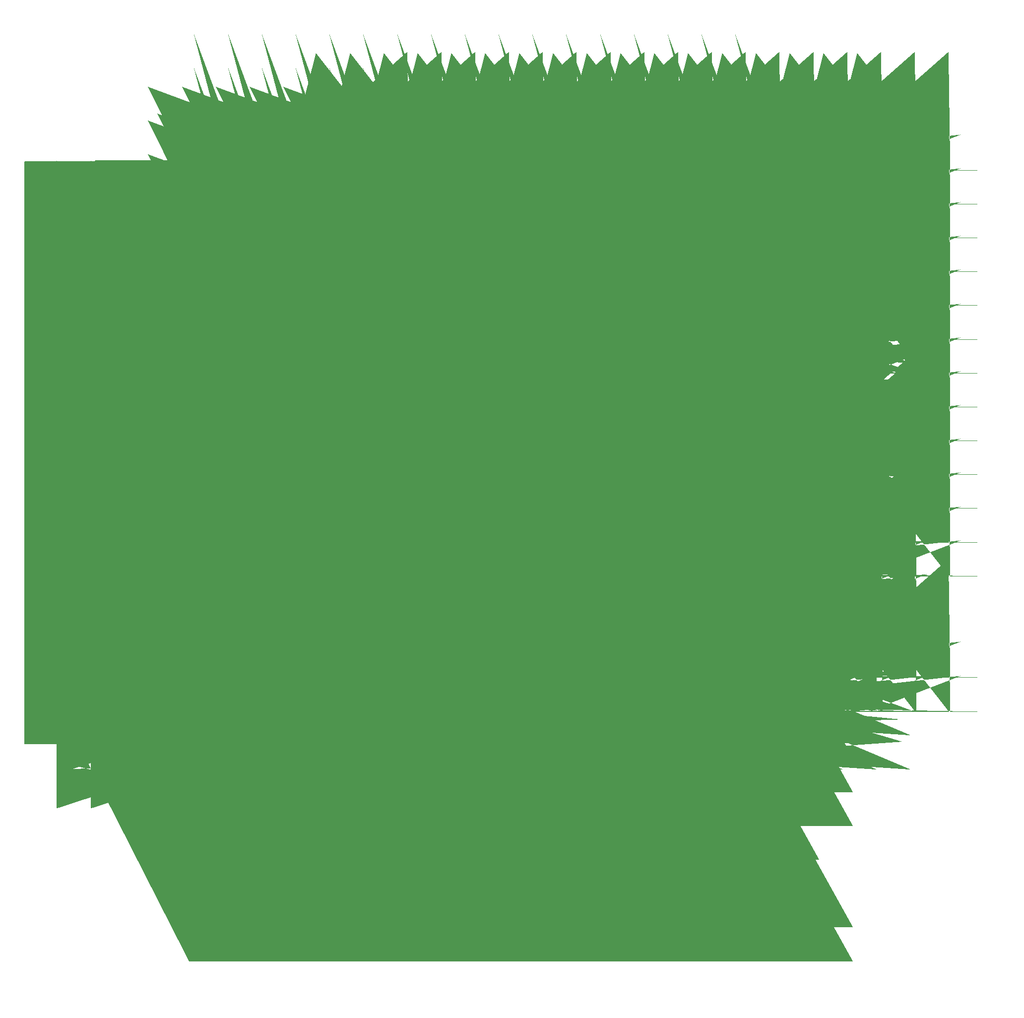
<source format=gbr>
%TF.GenerationSoftware,Flux,Pcbnew,7.0.11-7.0.11~ubuntu20.04.1*%
%TF.CreationDate,2024-08-18T14:12:48+00:00*%
%TF.ProjectId,input,696e7075-742e-46b6-9963-61645f706362,rev?*%
%TF.SameCoordinates,Original*%
%TF.FileFunction,Copper,L3,Inr*%
%TF.FilePolarity,Positive*%
%FSLAX46Y46*%
G04 Gerber Fmt 4.6, Leading zero omitted, Abs format (unit mm)*
G04 Filename: promicromacro*
G04 Build it with Flux! Visit our site at: https://www.flux.ai (PCBNEW 7.0.11-7.0.11~ubuntu20.04.1) date 2024-08-18 14:12:48*
%MOMM*%
%LPD*%
G01*
G04 APERTURE LIST*
G04 Aperture macros list*
%AMFreePoly0*
4,1,129,0.022069,0.299187,0.036723,0.297744,0.051289,0.295583,0.065730,0.292711,0.080014,0.289133,0.094105,0.284858,0.107969,0.279898,0.121572,0.274263,0.134883,0.267967,0.147869,0.261026,0.160499,0.253456,0.172742,0.245275,0.184569,0.236504,0.195952,0.227163,0.206862,0.217274,0.217274,0.206862,0.227163,0.195952,0.236504,0.184569,0.245275,0.172742,0.253456,0.160499,
0.261026,0.147869,0.267967,0.134883,0.274263,0.121572,0.279898,0.107969,0.284858,0.094105,0.289133,0.080014,0.292711,0.065730,0.295583,0.051289,0.297744,0.036723,0.299187,0.022069,0.299910,0.007362,0.299910,-0.007362,0.299187,-0.022069,0.297744,-0.036723,0.295583,-0.051289,0.292711,-0.065730,0.289133,-0.080014,0.284858,-0.094105,0.279898,-0.107969,0.274263,-0.121572,
0.267967,-0.134883,0.261026,-0.147869,0.253456,-0.160499,0.245275,-0.172742,0.236504,-0.184569,0.227163,-0.195952,0.217274,-0.206862,0.206862,-0.217274,0.195952,-0.227163,0.184569,-0.236504,0.172742,-0.245275,0.160499,-0.253456,0.147869,-0.261026,0.134883,-0.267967,0.121572,-0.274263,0.107969,-0.279898,0.094105,-0.284858,0.080014,-0.289133,0.065730,-0.292711,0.051289,-0.295583,
0.036723,-0.297744,0.022069,-0.299187,0.007362,-0.299910,-0.007362,-0.299910,-0.022069,-0.299187,-0.036723,-0.297744,-0.051289,-0.295583,-0.065730,-0.292711,-0.080014,-0.289133,-0.094105,-0.284858,-0.107969,-0.279898,-0.121572,-0.274263,-0.134883,-0.267967,-0.147869,-0.261026,-0.160499,-0.253456,-0.172742,-0.245275,-0.184569,-0.236504,-0.195952,-0.227163,-0.206862,-0.217274,-0.217274,-0.206862,
-0.227163,-0.195952,-0.236504,-0.184569,-0.245275,-0.172742,-0.253456,-0.160499,-0.261026,-0.147869,-0.267967,-0.134883,-0.274263,-0.121572,-0.279898,-0.107969,-0.284858,-0.094105,-0.289133,-0.080014,-0.292711,-0.065730,-0.295583,-0.051289,-0.297744,-0.036723,-0.299187,-0.022069,-0.299910,-0.007362,-0.299910,0.007362,-0.299187,0.022069,-0.297744,0.036723,-0.295583,0.051289,-0.292711,0.065730,
-0.289133,0.080014,-0.284858,0.094105,-0.279898,0.107969,-0.274263,0.121572,-0.267967,0.134883,-0.261026,0.147869,-0.253456,0.160499,-0.245275,0.172742,-0.236504,0.184569,-0.227163,0.195952,-0.217274,0.206862,-0.206862,0.217274,-0.195952,0.227163,-0.184569,0.236504,-0.172742,0.245275,-0.160499,0.253456,-0.147869,0.261026,-0.134883,0.267967,-0.121572,0.274263,-0.107969,0.279898,
-0.094105,0.284858,-0.080014,0.289133,-0.065730,0.292711,-0.051289,0.295583,-0.036723,0.297744,-0.022069,0.299187,-0.007362,0.299910,0.007362,0.299910,0.022069,0.299187,0.022069,0.299187,$1*%
G04 Aperture macros list end*
%TA.AperFunction,ComponentPad*%
%ADD10FreePoly0,0.000000*%
%TD*%
G04 APERTURE END LIST*
D10*
%TO.N,GND*%
%TO.C,*%
X-3889200Y6665100D03*
X-1978200Y31782200D03*
X-8372600Y31767500D03*
X-16478500Y30792400D03*
X-6414000Y23501600D03*
X-2417900Y15187100D03*
X-9916500Y36548700D03*
X-7973800Y11389900D03*
X-99900Y36752500D03*
X-6722600Y6636100D03*
X1817800Y22632200D03*
X-42610100Y43553800D03*
X4174700Y36828400D03*
X-14416300Y28223700D03*
X-35908700Y29924600D03*
X-35945700Y25121600D03*
X7735000Y-3812000D03*
X1961500Y-3812000D03*
X-3812000Y-3812000D03*
X-9585500Y-3812000D03*
X-21132500Y-3812000D03*
X-26906000Y-3812000D03*
X-32679500Y-3812000D03*
X-38453000Y-3812000D03*
X-15359000Y-9585500D03*
X-21132500Y-9585500D03*
X-26906000Y-9585500D03*
X7735000Y-15359000D03*
X-26906000Y-15359000D03*
X7735000Y-21132500D03*
X-15359000Y-21132500D03*
X-21132500Y-21132500D03*
X-26906000Y-21132500D03*
X1961500Y-26906000D03*
X-15359000Y-26906000D03*
X-21132500Y-26906000D03*
X-26906000Y-26906000D03*
X-44226500Y-26906000D03*
X-15359000Y-32679500D03*
X-26906000Y-32679500D03*
X-32679500Y-32679500D03*
X-44226500Y-32679500D03*
X-9585500Y-38453000D03*
X-26906000Y-38453000D03*
X-32679500Y-38453000D03*
X-38453000Y-38453000D03*
X-44226500Y-38453000D03*
X-9585500Y-44226500D03*
X-38453000Y-44226500D03*
X-44226500Y-44226500D03*
X1961500Y-44226500D03*
X-3812000Y-44226500D03*
X7735000Y-26906000D03*
X-3812000Y-26906000D03*
X-15359000Y-38453000D03*
X7735000Y-44226500D03*
X-15359000Y-44226500D03*
X-21132500Y-44226500D03*
X-9585500Y-21132500D03*
X-9585500Y-26906000D03*
X-9585500Y-32679500D03*
X1961500Y-38453000D03*
X-21132500Y-32679500D03*
X-21132500Y-38453000D03*
X-26906000Y-44226500D03*
X-32679500Y-44226500D03*
X-44226500Y-15359000D03*
X1961500Y-15359000D03*
%TO.N,Net - (13fb - a68d)*%
X0Y35049200D03*
X-14683800Y35064800D03*
%TO.N,GND*%
X-15359000Y-3812000D03*
X-44226500Y-21132500D03*
X-32679500Y-26906000D03*
X-38453000Y-26906000D03*
X-38453000Y-32679500D03*
X-32974200Y29924600D03*
X-33535800Y23603000D03*
X48149500Y48149500D03*
X42376000Y48149500D03*
X36602500Y48149500D03*
X30829000Y48149500D03*
X25055500Y48149500D03*
X19282000Y48149500D03*
X13508500Y48149500D03*
X7735000Y48149500D03*
X1961500Y48149500D03*
X-3812000Y48149500D03*
X-9585500Y48149500D03*
X-15359000Y48149500D03*
X-21132500Y48149500D03*
X-26906000Y48149500D03*
X-32679500Y48149500D03*
X-38453000Y48149500D03*
X-44226500Y48149500D03*
X48149500Y42376000D03*
X42376000Y42376000D03*
X36602500Y42376000D03*
X30829000Y42376000D03*
X25055500Y42376000D03*
X19282000Y42376000D03*
X13508500Y42376000D03*
X7735000Y42376000D03*
X1961500Y42376000D03*
X-3812000Y42376000D03*
X-9585500Y42376000D03*
X-15359000Y42376000D03*
X-21132500Y42376000D03*
X-26906000Y42376000D03*
X-32679500Y42376000D03*
X-38453000Y42376000D03*
X-44226500Y42376000D03*
X48149500Y36602500D03*
X42376000Y36602500D03*
X36602500Y36602500D03*
X30829000Y36602500D03*
X25055500Y36602500D03*
X19282000Y36602500D03*
X13508500Y36602500D03*
X7735000Y36602500D03*
X-3812000Y36602500D03*
X-15359000Y36602500D03*
X-21132500Y36602500D03*
X-44226500Y36602500D03*
X48149500Y30829000D03*
X42376000Y30829000D03*
X36602500Y30829000D03*
X30829000Y30829000D03*
X25055500Y30829000D03*
X19282000Y30829000D03*
X13508500Y30829000D03*
X7735000Y30829000D03*
X-3812000Y30829000D03*
X-21132500Y30829000D03*
X-26906000Y30829000D03*
X-44226500Y30829000D03*
X48149500Y25055500D03*
X42376000Y25055500D03*
X36602500Y25055500D03*
X30829000Y25055500D03*
X25055500Y25055500D03*
X19282000Y25055500D03*
X13508500Y25055500D03*
X7735000Y25055500D03*
X-15359000Y25055500D03*
X-21132500Y25055500D03*
X-26906000Y25055500D03*
X-44226500Y25055500D03*
X48149500Y19282000D03*
X42376000Y19282000D03*
X36602500Y19282000D03*
X30829000Y19282000D03*
X25055500Y19282000D03*
X19282000Y19282000D03*
X13508500Y19282000D03*
X7735000Y19282000D03*
X1961500Y19282000D03*
X-3812000Y19282000D03*
X-9585500Y19282000D03*
X-15359000Y19282000D03*
X-26906000Y19282000D03*
X-32679500Y19282000D03*
X-38453000Y19282000D03*
X-44226500Y19282000D03*
X48149500Y13508500D03*
X42376000Y13508500D03*
X36602500Y13508500D03*
X30829000Y13508500D03*
X1961500Y13508500D03*
X-15359000Y13508500D03*
X-26906000Y13508500D03*
X-32679500Y13508500D03*
X-38453000Y13508500D03*
X-44226500Y13508500D03*
X48149500Y7735000D03*
X36602500Y7735000D03*
X30829000Y7735000D03*
X25055500Y7735000D03*
X19282000Y7735000D03*
X-9585500Y7735000D03*
X-21132500Y7735000D03*
X-26906000Y7735000D03*
X-32679500Y7735000D03*
X-38453000Y7735000D03*
X-44226500Y7735000D03*
X48149500Y1961500D03*
X36602500Y1961500D03*
X30829000Y1961500D03*
X25055500Y1961500D03*
X7735000Y1961500D03*
X1961500Y1961500D03*
X-3812000Y1961500D03*
X-9585500Y1961500D03*
X-21132500Y1961500D03*
X-26906000Y1961500D03*
X-32679500Y1961500D03*
X-38453000Y1961500D03*
X-44226500Y1961500D03*
X48149500Y-3812000D03*
X42376000Y-3812000D03*
X36602500Y-3812000D03*
X25055500Y-3812000D03*
X19282000Y-3812000D03*
X13508500Y-3812000D03*
X-44226500Y-3812000D03*
X48149500Y-9585500D03*
X42376000Y-9585500D03*
X36602500Y-9585500D03*
X30829000Y-9585500D03*
X25055500Y-9585500D03*
X19282000Y-9585500D03*
X7735000Y-9585500D03*
X1961500Y-9585500D03*
X-3812000Y-9585500D03*
X-9585500Y-9585500D03*
X-32679500Y-9585500D03*
X-38453000Y-9585500D03*
X-44226500Y-9585500D03*
X48149500Y-15359000D03*
X30829000Y-15359000D03*
X25055500Y-15359000D03*
X19282000Y-15359000D03*
X-3812000Y-15359000D03*
X-9585500Y-15359000D03*
X-15359000Y-15359000D03*
X-21132500Y-15359000D03*
X-32679500Y-15359000D03*
X-38453000Y-15359000D03*
X48149500Y-21132500D03*
X42376000Y-21132500D03*
X36602500Y-21132500D03*
X30829000Y-21132500D03*
X25055500Y-21132500D03*
X19282000Y-21132500D03*
X13508500Y-21132500D03*
X1961500Y-21132500D03*
X-3812000Y-21132500D03*
X-32679500Y-21132500D03*
X-38453000Y-21132500D03*
X42376000Y-26906000D03*
X36602500Y-26906000D03*
X30829000Y-26906000D03*
X25055500Y-26906000D03*
X19282000Y-26906000D03*
X13508500Y-26906000D03*
X36602500Y-32679500D03*
X30829000Y-32679500D03*
X25055500Y-32679500D03*
X19282000Y-32679500D03*
X1961500Y-32679500D03*
X-3812000Y-32679500D03*
X48149500Y-38453000D03*
X42376000Y-38453000D03*
X36602500Y-38453000D03*
X30829000Y-38453000D03*
X25055500Y-38453000D03*
X19282000Y-38453000D03*
X-3812000Y-38453000D03*
X48149500Y-44226500D03*
X42376000Y-44226500D03*
X36602500Y-44226500D03*
X30829000Y-44226500D03*
X25055500Y-44226500D03*
X19282000Y-44226500D03*
X13508500Y-44226500D03*
X-8965500Y24782500D03*
X-9053200Y27983800D03*
X-21132500Y19282000D03*
X25055500Y13508500D03*
X19282000Y13508500D03*
X13508500Y13508500D03*
X7735000Y13508500D03*
X-9585500Y13508500D03*
X-21132500Y13508500D03*
X13508500Y7735000D03*
X7735000Y7735000D03*
X1961500Y7735000D03*
X-15359000Y7735000D03*
X19282000Y1961500D03*
X13508500Y1961500D03*
X-15359000Y1961500D03*
X13508500Y-9585500D03*
X13508500Y-15359000D03*
%TD*%
%TA.AperFunction,Conductor*%
%TO.N,GND*%
G36*
X49662000Y-49750000D02*
G01*
X-49662000Y-49750000D01*
X-49750000Y-49662000D01*
X-49750000Y35166000D01*
X-15481000Y35166000D01*
X-15481000Y34958000D01*
X-15429000Y34762000D01*
X-15322000Y34575000D01*
X-15321000Y34574000D01*
X-15172000Y34426000D01*
X-15171000Y34425000D01*
X-14998000Y34324000D01*
X-14788000Y34267000D01*
X-14580000Y34267000D01*
X-14373000Y34324000D01*
X-14374000Y34324000D01*
X-14194000Y34427000D01*
X-14046000Y34575000D01*
X-13943000Y34754000D01*
X-13886000Y34961000D01*
X-13886000Y35155000D01*
X-797000Y35155000D01*
X-797000Y34946000D01*
X-743000Y34741000D01*
X-742000Y34740000D01*
X-638000Y34560000D01*
X-491000Y34412000D01*
X-490000Y34411000D01*
X-303000Y34304000D01*
X-106000Y34252000D01*
X106000Y34252000D01*
X303000Y34304000D01*
X490000Y34411000D01*
X491000Y34412000D01*
X638000Y34560000D01*
X742000Y34740000D01*
X743000Y34741000D01*
X797000Y34946000D01*
X797000Y35155000D01*
X745000Y35352000D01*
X638000Y35539000D01*
X490000Y35687000D01*
X310000Y35790000D01*
X311000Y35790000D01*
X104000Y35847000D01*
X-104000Y35847000D01*
X-310000Y35790000D01*
X-490000Y35687000D01*
X-638000Y35539000D01*
X-745000Y35352000D01*
X-797000Y35155000D01*
X-13886000Y35155000D01*
X-13886000Y35169000D01*
X-13943000Y35379000D01*
X-14044000Y35552000D01*
X-14045000Y35553000D01*
X-14193000Y35702000D01*
X-14194000Y35703000D01*
X-14381000Y35810000D01*
X-14578000Y35862000D01*
X-14787000Y35862000D01*
X-14991000Y35808000D01*
X-14993000Y35807000D01*
X-15175000Y35701000D01*
X-15320000Y35556000D01*
X-15426000Y35374000D01*
X-15428000Y35369000D01*
X-15481000Y35166000D01*
X-49750000Y35166000D01*
X-49750000Y49662000D01*
X-49662000Y49750000D01*
X49662000Y49750000D01*
X49750000Y49662000D01*
X49750000Y-49662000D01*
X49662000Y-49750000D01*
G37*
%TD.AperFunction*%
%TD*%
M02*

</source>
